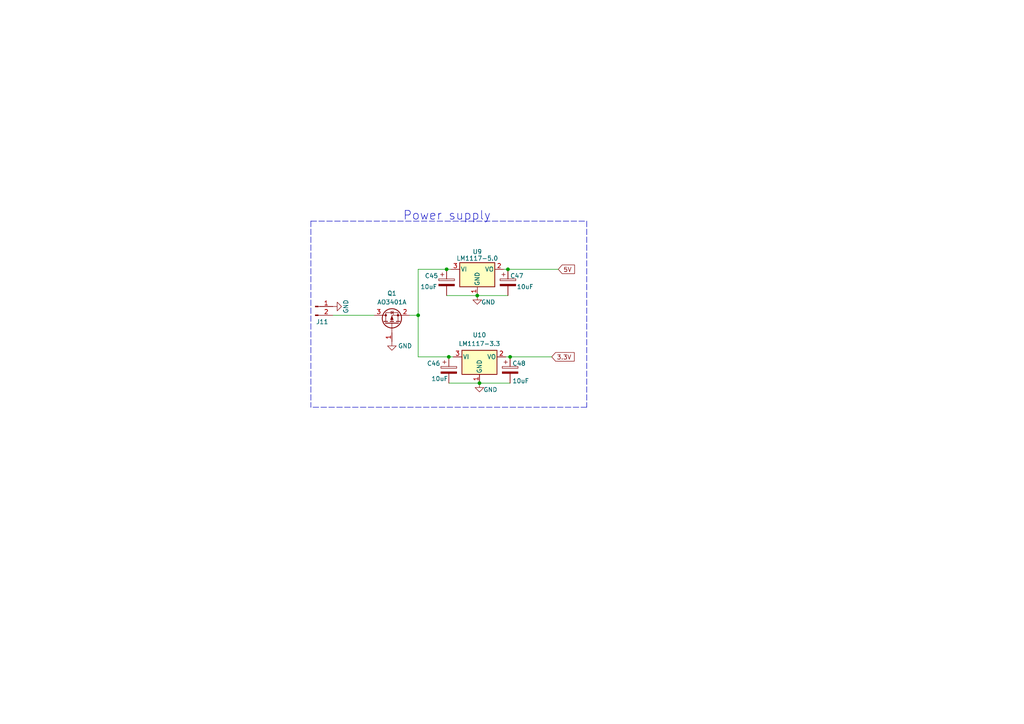
<source format=kicad_sch>
(kicad_sch (version 20211123) (generator eeschema)
  (paper "A4")
  (lib_symbols
    (symbol "Connector:Conn_01x02_Male" (pin_names (offset 1.016) hide)
      (property "Reference" "J" (at 0 2.54 0))
      (property "Value" "Conn_01x02_Male" (at 0 -5.08 0))
      (symbol "Conn_01x02_Male_1_1"
        (polyline (pts (xy 1.27 -2.54) (xy 0.8636 -2.54)) (stroke (width 0.1524)))
        (polyline (pts (xy 1.27 0) (xy 0.8636 0)) (stroke (width 0.1524)))
        (rectangle (start 0.8636 -2.413) (end 0 -2.667) (stroke (width 0.1524)) (fill (type outline)))
        (rectangle (start 0.8636 0.127) (end 0 -0.127) (stroke (width 0.1524)) (fill (type outline)))
        (pin passive line (at 5.08 0 180) (length 3.81) (name "Pin_1") (number "1"))
        (pin passive line (at 5.08 -2.54 180) (length 3.81) (name "Pin_2") (number "2"))
      )
    )
    (symbol "Device:C_Polarized" (pin_numbers hide) (pin_names (offset 0.254))
      (property "Reference" "C" (at 0.635 2.54 0))
      (property "Value" "C_Polarized" (at 0.635 -2.54 0))
      (symbol "C_Polarized_0_1"
        (rectangle (start -2.286 0.508) (end 2.286 1.016))
        (polyline (pts (xy -1.778 2.286) (xy -0.762 2.286)))
        (polyline (pts (xy -1.27 2.794) (xy -1.27 1.778)))
        (rectangle (start 2.286 -0.508) (end -2.286 -1.016) (fill (type outline)))
      )
      (symbol "C_Polarized_1_1"
        (pin passive line (at 0 3.81 270) (length 2.794) (name "~") (number "1"))
        (pin passive line (at 0 -3.81 90) (length 2.794) (name "~") (number "2"))
      )
    )
    (symbol "Regulator_Linear:LM1117-3.3" (pin_names (offset 0.254))
      (property "Reference" "U" (at -3.81 3.175 0))
      (property "Value" "LM1117-3.3" (at 0 3.175 0))
      (symbol "LM1117-3.3_0_1"
        (rectangle (start -5.08 -5.08) (end 5.08 1.905) (stroke (width 0.254)) (fill (type background)))
      )
      (symbol "LM1117-3.3_1_1"
        (pin power_in line (at 0 -7.62 90) (length 2.54) (name "GND") (number "1"))
        (pin power_out line (at 7.62 0 180) (length 2.54) (name "VO") (number "2"))
        (pin power_in line (at -7.62 0 0) (length 2.54) (name "VI") (number "3"))
      )
    )
    (symbol "Regulator_Linear:LM1117-5.0" (pin_names (offset 0.254))
      (property "Reference" "U" (at -3.81 3.175 0))
      (property "Value" "LM1117-5.0" (at 0 3.175 0))
      (symbol "LM1117-5.0_0_1"
        (rectangle (start -5.08 -5.08) (end 5.08 1.905) (stroke (width 0.254)) (fill (type background)))
      )
      (symbol "LM1117-5.0_1_1"
        (pin power_in line (at 0 -7.62 90) (length 2.54) (name "GND") (number "1"))
        (pin power_out line (at 7.62 0 180) (length 2.54) (name "VO") (number "2"))
        (pin power_in line (at -7.62 0 0) (length 2.54) (name "VI") (number "3"))
      )
    )
    (symbol "Transistor_FET:AO3401A" (pin_names hide)
      (property "Reference" "Q" (at 5.08 1.905 0))
      (property "Value" "AO3401A" (at 5.08 0 0))
      (symbol "AO3401A_0_1"
        (polyline (pts (xy 0.254 0) (xy -2.54 0)))
        (polyline (pts (xy 0.254 1.905) (xy 0.254 -1.905)) (stroke (width 0.254)))
        (polyline (pts (xy 0.762 -1.27) (xy 0.762 -2.286)) (stroke (width 0.254)))
        (polyline (pts (xy 0.762 0.508) (xy 0.762 -0.508)) (stroke (width 0.254)))
        (polyline (pts (xy 0.762 2.286) (xy 0.762 1.27)) (stroke (width 0.254)))
        (polyline (pts (xy 2.54 2.54) (xy 2.54 1.778)))
        (polyline (pts (xy 2.54 -2.54) (xy 2.54 0) (xy 0.762 0)))
        (polyline (pts (xy 0.762 1.778) (xy 3.302 1.778) (xy 3.302 -1.778) (xy 0.762 -1.778)))
        (polyline (pts (xy 2.286 0) (xy 1.27 0.381) (xy 1.27 -0.381) (xy 2.286 0)) (fill (type outline)))
        (polyline (pts (xy 2.794 -0.508) (xy 2.921 -0.381) (xy 3.683 -0.381) (xy 3.81 -0.254)))
        (polyline (pts (xy 3.302 -0.381) (xy 2.921 0.254) (xy 3.683 0.254) (xy 3.302 -0.381)))
        (circle (center 1.651 0) (radius 2.794) (stroke (width 0.254)))
        (circle (center 2.54 -1.778) (radius 0.254) (fill (type outline)))
        (circle (center 2.54 1.778) (radius 0.254) (fill (type outline)))
      )
      (symbol "AO3401A_1_1"
        (pin input line (at -5.08 0 0) (length 2.54) (name "G") (number "1"))
        (pin passive line (at 2.54 -5.08 90) (length 2.54) (name "S") (number "2"))
        (pin passive line (at 2.54 5.08 270) (length 2.54) (name "D") (number "3"))
      )
    )
    (symbol "power:GND" (power) (pin_names (offset 0))
      (property "Value" "GND" (at 0 -3.81 0))
      (symbol "GND_0_1"
        (polyline (pts (xy 0 0) (xy 0 -1.27) (xy 1.27 -1.27) (xy 0 -2.54) (xy -1.27 -1.27) (xy 0 -1.27)))
      )
      (symbol "GND_1_1"
        (pin power_in line (at 0 0 270) (length 0) hide (name "GND") (number "1"))
      )
    )
  )
  (junction (at 147.955 103.505))
  (junction (at 138.43 85.725))
  (junction (at 139.065 111.125))
  (junction (at 129.54 78.105))
  (junction (at 147.32 78.105))
  (junction (at 130.175 103.505))
  (junction (at 121.285 91.44))
  (wire (pts (xy 118.745 91.44) (xy 121.285 91.44)))
  (wire (pts (xy 121.285 91.44) (xy 121.285 103.505)))
  (wire (pts (xy 129.54 85.725) (xy 138.43 85.725)))
  (wire (pts (xy 96.52 91.44) (xy 108.585 91.44)))
  (wire (pts (xy 129.54 78.105) (xy 121.285 78.105)))
  (polyline (pts (xy 170.18 64.135) (xy 170.18 118.11)))
  (wire (pts (xy 139.065 111.125) (xy 147.955 111.125)))
  (wire (pts (xy 129.54 78.105) (xy 130.81 78.105)))
  (wire (pts (xy 121.285 78.105) (xy 121.285 91.44)))
  (wire (pts (xy 138.43 85.725) (xy 147.32 85.725)))
  (wire (pts (xy 147.955 103.505) (xy 160.02 103.505)))
  (wire (pts (xy 146.05 78.105) (xy 147.32 78.105)))
  (polyline (pts (xy 170.18 83.82) (xy 170.18 83.185)))
  (wire (pts (xy 121.285 103.505) (xy 130.175 103.505)))
  (polyline (pts (xy 170.18 93.345) (xy 170.18 92.71)))
  (wire (pts (xy 147.32 78.105) (xy 161.925 78.105)))
  (polyline (pts (xy 170.18 118.11) (xy 90.17 118.11)))
  (polyline (pts (xy 170.18 118.11) (xy 170.18 118.11)))
  (wire (pts (xy 146.685 103.505) (xy 147.955 103.505)))
  (wire (pts (xy 130.175 111.125) (xy 139.065 111.125)))
  (polyline (pts (xy 90.17 64.135) (xy 170.18 64.135)))
  (polyline (pts (xy 90.17 64.135) (xy 90.17 118.11)))
  (wire (pts (xy 130.175 103.505) (xy 131.445 103.505)))
  (text "Power supply \n" (at 116.84 64.135 0) (effects (font (size 2.54 2.54)) (justify left bottom)))
  (global_label "3.3V" (shape input) (at 160.02 103.505 0) (property "Intersheet References" "${INTERSHEET_REFS}" (effects hide)))
  (global_label "5V" (shape input) (at 161.925 78.105 0) (property "Intersheet References" "${INTERSHEET_REFS}" (effects hide)))
  (symbol (lib_id "power:GND") (at 96.52 88.9 90) (unit 1)
    (property "Reference" "#PWR082" (effects hide))
    (property "Value" "GND" (at 100.33 88.9 0))
  )
  (symbol (lib_id "Device:C_Polarized") (at 130.175 107.315 0) (unit 1)
    (property "Reference" "C46" (at 123.825 105.41 0) (effects (justify left)))
    (property "Value" "10uF" (at 125.095 109.855 0) (effects (justify left)))
    (property "Footprint" "Capacitor_SMD:C_1206_3216Metric" (effects hide))
  )
  (symbol (lib_id "Device:C_Polarized") (at 129.54 81.915 0) (unit 1)
    (property "Reference" "C45" (at 123.19 80.01 0) (effects (justify left)))
    (property "Value" "10uF" (at 121.92 83.185 0) (effects (justify left)))
    (property "Footprint" "Capacitor_SMD:C_1206_3216Metric" (effects hide))
  )
  (symbol (lib_id "Device:C_Polarized") (at 147.32 81.915 0) (unit 1)
    (property "Reference" "C47" (at 147.955 80.01 0) (effects (justify left)))
    (property "Value" "10uF" (at 149.86 83.185 0) (effects (justify left)))
    (property "Footprint" "Capacitor_SMD:C_1206_3216Metric" (effects hide))
  )
  (symbol (lib_id "Regulator_Linear:LM1117-3.3") (at 139.065 103.505 0) (unit 1)
    (property "Reference" "U10" (at 139.065 97.155 0))
    (property "Value" "LM1117-3.3" (at 139.065 99.695 0))
    (property "Footprint" "Package_TO_SOT_SMD:SOT-223-3_TabPin2" (effects hide))
    (property "Datasheet" "http://www.ti.com/lit/ds/symlink/lm1117.pdf" (effects hide))
  )
  (symbol (lib_id "Regulator_Linear:LM1117-5.0") (at 138.43 78.105 0) (unit 1)
    (property "Reference" "U9" (at 138.43 73.025 0))
    (property "Value" "LM1117-5.0" (at 138.43 74.93 0))
    (property "Footprint" "Package_TO_SOT_SMD:SOT-223-3_TabPin2" (effects hide))
    (property "Datasheet" "http://www.ti.com/lit/ds/symlink/lm1117.pdf" (effects hide))
  )
  (symbol (lib_id "Connector:Conn_01x02_Male") (at 91.44 88.9 0) (unit 1)
    (property "Reference" "J11" (at 95.25 93.345 0) (effects (justify right)))
    (property "Value" "Conn_01x02_Male" (effects hide))
    (property "Footprint" "Connector_PinHeader_2.54mm:PinHeader_1x02_P2.54mm_Vertical" (effects hide))
  )
  (symbol (lib_id "Transistor_FET:AO3401A") (at 113.665 93.98 90) (unit 1)
    (property "Reference" "Q1" (at 113.665 85.09 90))
    (property "Value" "AO3401A" (at 113.665 87.63 90))
    (property "Footprint" "Package_TO_SOT_SMD:SOT-23" (effects hide))
    (property "Datasheet" "http://www.aosmd.com/pdfs/datasheet/AO3401A.pdf" (effects hide))
  )
  (symbol (lib_id "power:GND") (at 138.43 85.725 0) (unit 1)
    (property "Reference" "#PWR084" (effects hide))
    (property "Value" "GND" (at 141.605 87.63 0))
  )
  (symbol (lib_id "power:GND") (at 113.665 99.06 0) (unit 1)
    (property "Reference" "#PWR083" (effects hide))
    (property "Value" "GND" (at 117.475 100.33 0))
  )
  (symbol (lib_id "Device:C_Polarized") (at 147.955 107.315 0) (unit 1)
    (property "Reference" "C48" (at 148.59 105.41 0) (effects (justify left)))
    (property "Value" "10uF" (at 148.59 110.49 0) (effects (justify left)))
    (property "Footprint" "Capacitor_SMD:C_1206_3216Metric" (effects hide))
  )
  (symbol (lib_id "power:GND") (at 139.065 111.125 0) (unit 1)
    (property "Reference" "#PWR085" (effects hide))
    (property "Value" "GND" (at 142.24 113.03 0))
  )
)
</source>
